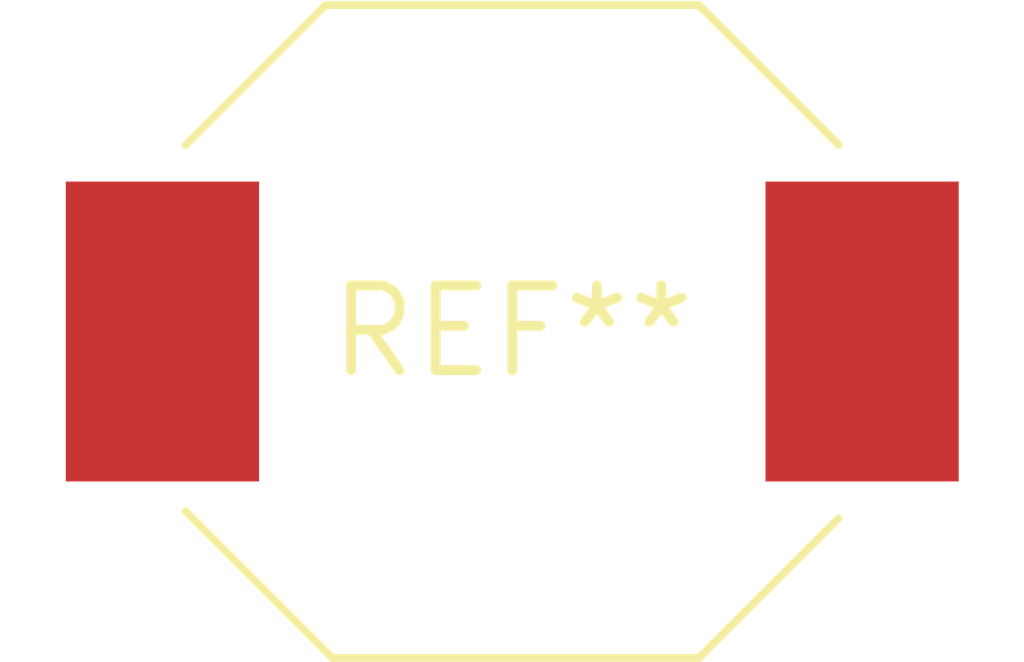
<source format=kicad_pcb>
(kicad_pcb (version 20240108) (generator pcbnew)
  (layers (0 "F.Cu" signal) (31 "B.Cu" signal) (34 "B.Paste" user) (35 "F.Paste" user) (36 "B.SilkS" user "B.Silkscreen") (37 "F.SilkS" user "F.Silkscreen") (38 "B.Mask" user) (39 "F.Mask" user) (44 "Edge.Cuts" user))
  (net 0 "")
  (footprint "L_Neosid_Ms95T" (layer "F.Cu") (at 0 0)
    (property "Reference" "REF**")
    (property "Value" "L_Neosid_Ms95T")
    (fp_line (start -4.9 -2.8) (end -2.8 -4.9) (layer "F.SilkS") (stroke (width 0.12)))
    (fp_line (start -2.8 -4.9) (end 2.8 -4.9) (layer "F.SilkS") (stroke (width 0.12)))
    (fp_line (start -2.7 4.9) (end -4.9 2.7) (layer "F.SilkS") (stroke (width 0.12)))
    (fp_line (start -2.7 4.9) (end 2.8 4.9) (layer "F.SilkS") (stroke (width 0.12)))
    (fp_line (start 2.8 -4.9) (end 4.9 -2.8) (layer "F.SilkS") (stroke (width 0.12)))
    (fp_line (start 2.8 4.9) (end 4.9 2.8) (layer "F.SilkS") (stroke (width 0.12)))
    (pad "1" smd rect (at -5.25 0) (size 2.9 4.5) (layers "F.Cu" "F.Paste" "F.Mask"))
    (pad "2" smd rect (at 5.25 0) (size 2.9 4.5) (layers "F.Cu" "F.Paste" "F.Mask"))
  )
)
</source>
